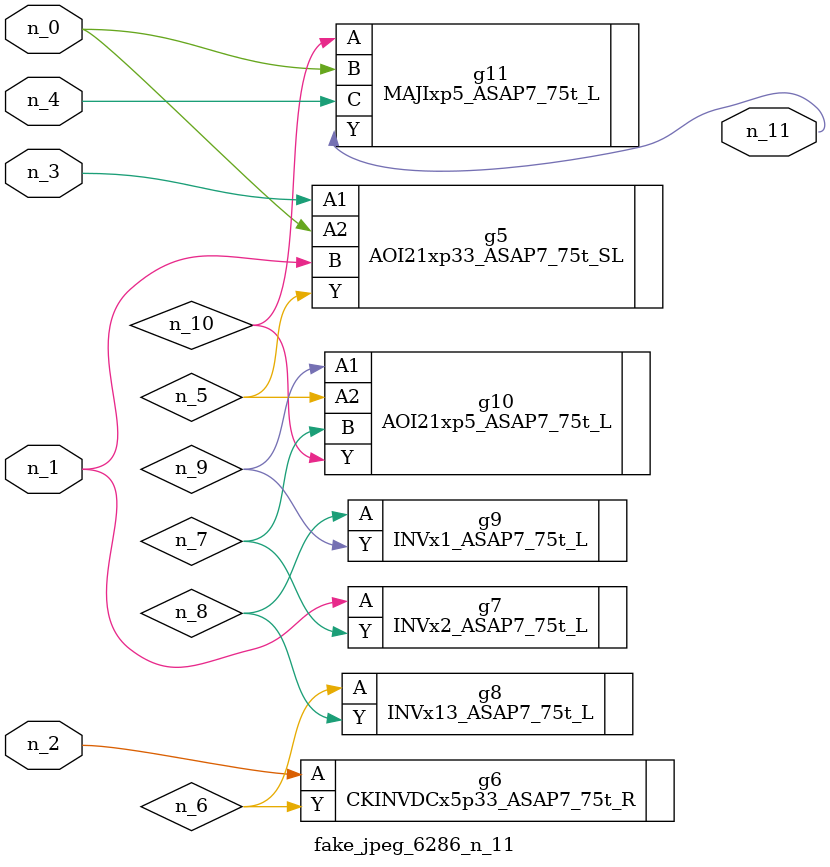
<source format=v>
module fake_jpeg_6286_n_11 (n_3, n_2, n_1, n_0, n_4, n_11);

input n_3;
input n_2;
input n_1;
input n_0;
input n_4;

output n_11;

wire n_10;
wire n_8;
wire n_9;
wire n_6;
wire n_5;
wire n_7;

AOI21xp33_ASAP7_75t_SL g5 ( 
.A1(n_3),
.A2(n_0),
.B(n_1),
.Y(n_5)
);

CKINVDCx5p33_ASAP7_75t_R g6 ( 
.A(n_2),
.Y(n_6)
);

INVx2_ASAP7_75t_L g7 ( 
.A(n_1),
.Y(n_7)
);

INVx13_ASAP7_75t_L g8 ( 
.A(n_6),
.Y(n_8)
);

INVx1_ASAP7_75t_L g9 ( 
.A(n_8),
.Y(n_9)
);

AOI21xp5_ASAP7_75t_L g10 ( 
.A1(n_9),
.A2(n_5),
.B(n_7),
.Y(n_10)
);

MAJIxp5_ASAP7_75t_L g11 ( 
.A(n_10),
.B(n_0),
.C(n_4),
.Y(n_11)
);


endmodule
</source>
